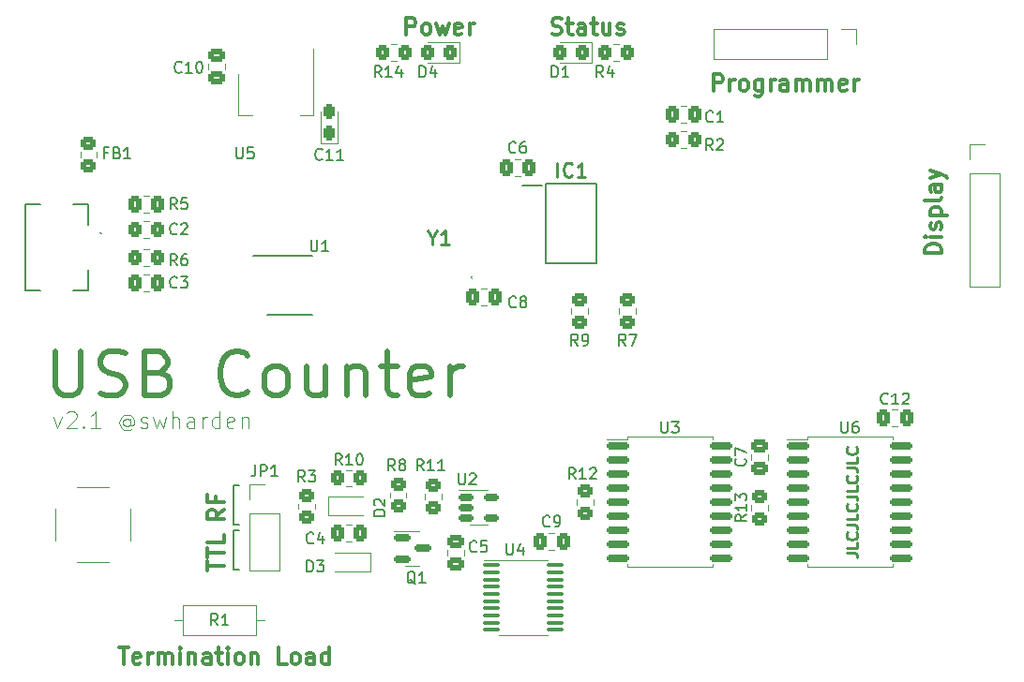
<source format=gto>
G04 #@! TF.GenerationSoftware,KiCad,Pcbnew,(6.0.9)*
G04 #@! TF.CreationDate,2022-11-27T19:02:43-05:00*
G04 #@! TF.ProjectId,usbcounter,75736263-6f75-46e7-9465-722e6b696361,rev?*
G04 #@! TF.SameCoordinates,Original*
G04 #@! TF.FileFunction,Legend,Top*
G04 #@! TF.FilePolarity,Positive*
%FSLAX46Y46*%
G04 Gerber Fmt 4.6, Leading zero omitted, Abs format (unit mm)*
G04 Created by KiCad (PCBNEW (6.0.9)) date 2022-11-27 19:02:43*
%MOMM*%
%LPD*%
G01*
G04 APERTURE LIST*
G04 Aperture macros list*
%AMRoundRect*
0 Rectangle with rounded corners*
0 $1 Rounding radius*
0 $2 $3 $4 $5 $6 $7 $8 $9 X,Y pos of 4 corners*
0 Add a 4 corners polygon primitive as box body*
4,1,4,$2,$3,$4,$5,$6,$7,$8,$9,$2,$3,0*
0 Add four circle primitives for the rounded corners*
1,1,$1+$1,$2,$3*
1,1,$1+$1,$4,$5*
1,1,$1+$1,$6,$7*
1,1,$1+$1,$8,$9*
0 Add four rect primitives between the rounded corners*
20,1,$1+$1,$2,$3,$4,$5,0*
20,1,$1+$1,$4,$5,$6,$7,0*
20,1,$1+$1,$6,$7,$8,$9,0*
20,1,$1+$1,$8,$9,$2,$3,0*%
G04 Aperture macros list end*
%ADD10C,0.200000*%
%ADD11C,0.300000*%
%ADD12C,0.500000*%
%ADD13C,0.250000*%
%ADD14C,0.100000*%
%ADD15C,0.150000*%
%ADD16C,0.254000*%
%ADD17C,0.120000*%
%ADD18RoundRect,0.250000X0.337500X0.475000X-0.337500X0.475000X-0.337500X-0.475000X0.337500X-0.475000X0*%
%ADD19RoundRect,0.250000X0.325000X0.450000X-0.325000X0.450000X-0.325000X-0.450000X0.325000X-0.450000X0*%
%ADD20RoundRect,0.250000X-0.350000X-0.450000X0.350000X-0.450000X0.350000X0.450000X-0.350000X0.450000X0*%
%ADD21R,1.700000X1.700000*%
%ADD22O,1.700000X1.700000*%
%ADD23RoundRect,0.250000X-0.450000X0.350000X-0.450000X-0.350000X0.450000X-0.350000X0.450000X0.350000X0*%
%ADD24C,2.050000*%
%ADD25C,2.250000*%
%ADD26RoundRect,0.250000X0.450000X-0.350000X0.450000X0.350000X-0.450000X0.350000X-0.450000X-0.350000X0*%
%ADD27RoundRect,0.150000X-0.512500X-0.150000X0.512500X-0.150000X0.512500X0.150000X-0.512500X0.150000X0*%
%ADD28R,1.500000X2.000000*%
%ADD29R,3.800000X2.000000*%
%ADD30R,1.000000X1.000000*%
%ADD31RoundRect,0.250000X-0.475000X0.337500X-0.475000X-0.337500X0.475000X-0.337500X0.475000X0.337500X0*%
%ADD32R,1.800000X0.450000*%
%ADD33RoundRect,0.250000X0.450000X-0.325000X0.450000X0.325000X-0.450000X0.325000X-0.450000X-0.325000X0*%
%ADD34RoundRect,0.250000X0.350000X0.450000X-0.350000X0.450000X-0.350000X-0.450000X0.350000X-0.450000X0*%
%ADD35C,1.600000*%
%ADD36O,1.600000X1.600000*%
%ADD37RoundRect,0.250000X0.475000X-0.337500X0.475000X0.337500X-0.475000X0.337500X-0.475000X-0.337500X0*%
%ADD38RoundRect,0.150000X-0.875000X-0.150000X0.875000X-0.150000X0.875000X0.150000X-0.875000X0.150000X0*%
%ADD39RoundRect,0.150000X-0.587500X-0.150000X0.587500X-0.150000X0.587500X0.150000X-0.587500X0.150000X0*%
%ADD40C,3.800000*%
%ADD41RoundRect,0.250000X-0.337500X-0.475000X0.337500X-0.475000X0.337500X0.475000X-0.337500X0.475000X0*%
%ADD42C,0.001000*%
%ADD43R,1.350000X0.400000*%
%ADD44R,1.900000X1.900000*%
%ADD45R,1.200000X0.400000*%
%ADD46RoundRect,0.250000X0.275000X-0.400000X0.275000X0.400000X-0.275000X0.400000X-0.275000X-0.400000X0*%
%ADD47R,1.300000X1.100000*%
%ADD48RoundRect,0.100000X-0.637500X-0.100000X0.637500X-0.100000X0.637500X0.100000X-0.637500X0.100000X0*%
G04 APERTURE END LIST*
D10*
X71120000Y-98044000D02*
X70612000Y-98044000D01*
X70612000Y-97536000D02*
X71120000Y-97536000D01*
X71120000Y-93980000D02*
X70612000Y-93980000D01*
X70612000Y-93980000D02*
X70612000Y-97536000D01*
X70612000Y-98044000D02*
X70612000Y-101600000D01*
X70612000Y-101600000D02*
X71120000Y-101600000D01*
D11*
X134536571Y-73020571D02*
X133036571Y-73020571D01*
X133036571Y-72663428D01*
X133108000Y-72449142D01*
X133250857Y-72306285D01*
X133393714Y-72234857D01*
X133679428Y-72163428D01*
X133893714Y-72163428D01*
X134179428Y-72234857D01*
X134322285Y-72306285D01*
X134465142Y-72449142D01*
X134536571Y-72663428D01*
X134536571Y-73020571D01*
X134536571Y-71520571D02*
X133536571Y-71520571D01*
X133036571Y-71520571D02*
X133108000Y-71592000D01*
X133179428Y-71520571D01*
X133108000Y-71449142D01*
X133036571Y-71520571D01*
X133179428Y-71520571D01*
X134465142Y-70877714D02*
X134536571Y-70734857D01*
X134536571Y-70449142D01*
X134465142Y-70306285D01*
X134322285Y-70234857D01*
X134250857Y-70234857D01*
X134108000Y-70306285D01*
X134036571Y-70449142D01*
X134036571Y-70663428D01*
X133965142Y-70806285D01*
X133822285Y-70877714D01*
X133750857Y-70877714D01*
X133608000Y-70806285D01*
X133536571Y-70663428D01*
X133536571Y-70449142D01*
X133608000Y-70306285D01*
X133536571Y-69592000D02*
X135036571Y-69592000D01*
X133608000Y-69592000D02*
X133536571Y-69449142D01*
X133536571Y-69163428D01*
X133608000Y-69020571D01*
X133679428Y-68949142D01*
X133822285Y-68877714D01*
X134250857Y-68877714D01*
X134393714Y-68949142D01*
X134465142Y-69020571D01*
X134536571Y-69163428D01*
X134536571Y-69449142D01*
X134465142Y-69592000D01*
X134536571Y-68020571D02*
X134465142Y-68163428D01*
X134322285Y-68234857D01*
X133036571Y-68234857D01*
X134536571Y-66806285D02*
X133750857Y-66806285D01*
X133608000Y-66877714D01*
X133536571Y-67020571D01*
X133536571Y-67306285D01*
X133608000Y-67449142D01*
X134465142Y-66806285D02*
X134536571Y-66949142D01*
X134536571Y-67306285D01*
X134465142Y-67449142D01*
X134322285Y-67520571D01*
X134179428Y-67520571D01*
X134036571Y-67449142D01*
X133965142Y-67306285D01*
X133965142Y-66949142D01*
X133893714Y-66806285D01*
X133536571Y-66234857D02*
X134536571Y-65877714D01*
X133536571Y-65520571D02*
X134536571Y-65877714D01*
X134893714Y-66020571D01*
X134965142Y-66092000D01*
X135036571Y-66234857D01*
D12*
X54548761Y-81883523D02*
X54548761Y-85121619D01*
X54739238Y-85502571D01*
X54929714Y-85693047D01*
X55310666Y-85883523D01*
X56072571Y-85883523D01*
X56453523Y-85693047D01*
X56644000Y-85502571D01*
X56834476Y-85121619D01*
X56834476Y-81883523D01*
X58548761Y-85693047D02*
X59120190Y-85883523D01*
X60072571Y-85883523D01*
X60453523Y-85693047D01*
X60644000Y-85502571D01*
X60834476Y-85121619D01*
X60834476Y-84740666D01*
X60644000Y-84359714D01*
X60453523Y-84169238D01*
X60072571Y-83978761D01*
X59310666Y-83788285D01*
X58929714Y-83597809D01*
X58739238Y-83407333D01*
X58548761Y-83026380D01*
X58548761Y-82645428D01*
X58739238Y-82264476D01*
X58929714Y-82074000D01*
X59310666Y-81883523D01*
X60263047Y-81883523D01*
X60834476Y-82074000D01*
X63882095Y-83788285D02*
X64453523Y-83978761D01*
X64644000Y-84169238D01*
X64834476Y-84550190D01*
X64834476Y-85121619D01*
X64644000Y-85502571D01*
X64453523Y-85693047D01*
X64072571Y-85883523D01*
X62548761Y-85883523D01*
X62548761Y-81883523D01*
X63882095Y-81883523D01*
X64263047Y-82074000D01*
X64453523Y-82264476D01*
X64644000Y-82645428D01*
X64644000Y-83026380D01*
X64453523Y-83407333D01*
X64263047Y-83597809D01*
X63882095Y-83788285D01*
X62548761Y-83788285D01*
X71882095Y-85502571D02*
X71691619Y-85693047D01*
X71120190Y-85883523D01*
X70739238Y-85883523D01*
X70167809Y-85693047D01*
X69786857Y-85312095D01*
X69596380Y-84931142D01*
X69405904Y-84169238D01*
X69405904Y-83597809D01*
X69596380Y-82835904D01*
X69786857Y-82454952D01*
X70167809Y-82074000D01*
X70739238Y-81883523D01*
X71120190Y-81883523D01*
X71691619Y-82074000D01*
X71882095Y-82264476D01*
X74167809Y-85883523D02*
X73786857Y-85693047D01*
X73596380Y-85502571D01*
X73405904Y-85121619D01*
X73405904Y-83978761D01*
X73596380Y-83597809D01*
X73786857Y-83407333D01*
X74167809Y-83216857D01*
X74739238Y-83216857D01*
X75120190Y-83407333D01*
X75310666Y-83597809D01*
X75501142Y-83978761D01*
X75501142Y-85121619D01*
X75310666Y-85502571D01*
X75120190Y-85693047D01*
X74739238Y-85883523D01*
X74167809Y-85883523D01*
X78929714Y-83216857D02*
X78929714Y-85883523D01*
X77215428Y-83216857D02*
X77215428Y-85312095D01*
X77405904Y-85693047D01*
X77786857Y-85883523D01*
X78358285Y-85883523D01*
X78739238Y-85693047D01*
X78929714Y-85502571D01*
X80834476Y-83216857D02*
X80834476Y-85883523D01*
X80834476Y-83597809D02*
X81024952Y-83407333D01*
X81405904Y-83216857D01*
X81977333Y-83216857D01*
X82358285Y-83407333D01*
X82548761Y-83788285D01*
X82548761Y-85883523D01*
X83882095Y-83216857D02*
X85405904Y-83216857D01*
X84453523Y-81883523D02*
X84453523Y-85312095D01*
X84644000Y-85693047D01*
X85024952Y-85883523D01*
X85405904Y-85883523D01*
X88263047Y-85693047D02*
X87882095Y-85883523D01*
X87120190Y-85883523D01*
X86739238Y-85693047D01*
X86548761Y-85312095D01*
X86548761Y-83788285D01*
X86739238Y-83407333D01*
X87120190Y-83216857D01*
X87882095Y-83216857D01*
X88263047Y-83407333D01*
X88453523Y-83788285D01*
X88453523Y-84169238D01*
X86548761Y-84550190D01*
X90167809Y-85883523D02*
X90167809Y-83216857D01*
X90167809Y-83978761D02*
X90358285Y-83597809D01*
X90548761Y-83407333D01*
X90929714Y-83216857D01*
X91310666Y-83216857D01*
D11*
X60242857Y-108652571D02*
X61100000Y-108652571D01*
X60671428Y-110152571D02*
X60671428Y-108652571D01*
X62171428Y-110081142D02*
X62028571Y-110152571D01*
X61742857Y-110152571D01*
X61600000Y-110081142D01*
X61528571Y-109938285D01*
X61528571Y-109366857D01*
X61600000Y-109224000D01*
X61742857Y-109152571D01*
X62028571Y-109152571D01*
X62171428Y-109224000D01*
X62242857Y-109366857D01*
X62242857Y-109509714D01*
X61528571Y-109652571D01*
X62885714Y-110152571D02*
X62885714Y-109152571D01*
X62885714Y-109438285D02*
X62957142Y-109295428D01*
X63028571Y-109224000D01*
X63171428Y-109152571D01*
X63314285Y-109152571D01*
X63814285Y-110152571D02*
X63814285Y-109152571D01*
X63814285Y-109295428D02*
X63885714Y-109224000D01*
X64028571Y-109152571D01*
X64242857Y-109152571D01*
X64385714Y-109224000D01*
X64457142Y-109366857D01*
X64457142Y-110152571D01*
X64457142Y-109366857D02*
X64528571Y-109224000D01*
X64671428Y-109152571D01*
X64885714Y-109152571D01*
X65028571Y-109224000D01*
X65100000Y-109366857D01*
X65100000Y-110152571D01*
X65814285Y-110152571D02*
X65814285Y-109152571D01*
X65814285Y-108652571D02*
X65742857Y-108724000D01*
X65814285Y-108795428D01*
X65885714Y-108724000D01*
X65814285Y-108652571D01*
X65814285Y-108795428D01*
X66528571Y-109152571D02*
X66528571Y-110152571D01*
X66528571Y-109295428D02*
X66600000Y-109224000D01*
X66742857Y-109152571D01*
X66957142Y-109152571D01*
X67100000Y-109224000D01*
X67171428Y-109366857D01*
X67171428Y-110152571D01*
X68528571Y-110152571D02*
X68528571Y-109366857D01*
X68457142Y-109224000D01*
X68314285Y-109152571D01*
X68028571Y-109152571D01*
X67885714Y-109224000D01*
X68528571Y-110081142D02*
X68385714Y-110152571D01*
X68028571Y-110152571D01*
X67885714Y-110081142D01*
X67814285Y-109938285D01*
X67814285Y-109795428D01*
X67885714Y-109652571D01*
X68028571Y-109581142D01*
X68385714Y-109581142D01*
X68528571Y-109509714D01*
X69028571Y-109152571D02*
X69600000Y-109152571D01*
X69242857Y-108652571D02*
X69242857Y-109938285D01*
X69314285Y-110081142D01*
X69457142Y-110152571D01*
X69600000Y-110152571D01*
X70100000Y-110152571D02*
X70100000Y-109152571D01*
X70100000Y-108652571D02*
X70028571Y-108724000D01*
X70100000Y-108795428D01*
X70171428Y-108724000D01*
X70100000Y-108652571D01*
X70100000Y-108795428D01*
X71028571Y-110152571D02*
X70885714Y-110081142D01*
X70814285Y-110009714D01*
X70742857Y-109866857D01*
X70742857Y-109438285D01*
X70814285Y-109295428D01*
X70885714Y-109224000D01*
X71028571Y-109152571D01*
X71242857Y-109152571D01*
X71385714Y-109224000D01*
X71457142Y-109295428D01*
X71528571Y-109438285D01*
X71528571Y-109866857D01*
X71457142Y-110009714D01*
X71385714Y-110081142D01*
X71242857Y-110152571D01*
X71028571Y-110152571D01*
X72171428Y-109152571D02*
X72171428Y-110152571D01*
X72171428Y-109295428D02*
X72242857Y-109224000D01*
X72385714Y-109152571D01*
X72600000Y-109152571D01*
X72742857Y-109224000D01*
X72814285Y-109366857D01*
X72814285Y-110152571D01*
X75385714Y-110152571D02*
X74671428Y-110152571D01*
X74671428Y-108652571D01*
X76100000Y-110152571D02*
X75957142Y-110081142D01*
X75885714Y-110009714D01*
X75814285Y-109866857D01*
X75814285Y-109438285D01*
X75885714Y-109295428D01*
X75957142Y-109224000D01*
X76100000Y-109152571D01*
X76314285Y-109152571D01*
X76457142Y-109224000D01*
X76528571Y-109295428D01*
X76600000Y-109438285D01*
X76600000Y-109866857D01*
X76528571Y-110009714D01*
X76457142Y-110081142D01*
X76314285Y-110152571D01*
X76100000Y-110152571D01*
X77885714Y-110152571D02*
X77885714Y-109366857D01*
X77814285Y-109224000D01*
X77671428Y-109152571D01*
X77385714Y-109152571D01*
X77242857Y-109224000D01*
X77885714Y-110081142D02*
X77742857Y-110152571D01*
X77385714Y-110152571D01*
X77242857Y-110081142D01*
X77171428Y-109938285D01*
X77171428Y-109795428D01*
X77242857Y-109652571D01*
X77385714Y-109581142D01*
X77742857Y-109581142D01*
X77885714Y-109509714D01*
X79242857Y-110152571D02*
X79242857Y-108652571D01*
X79242857Y-110081142D02*
X79100000Y-110152571D01*
X78814285Y-110152571D01*
X78671428Y-110081142D01*
X78600000Y-110009714D01*
X78528571Y-109866857D01*
X78528571Y-109438285D01*
X78600000Y-109295428D01*
X78671428Y-109224000D01*
X78814285Y-109152571D01*
X79100000Y-109152571D01*
X79242857Y-109224000D01*
X99366000Y-53185142D02*
X99580285Y-53256571D01*
X99937428Y-53256571D01*
X100080285Y-53185142D01*
X100151714Y-53113714D01*
X100223142Y-52970857D01*
X100223142Y-52828000D01*
X100151714Y-52685142D01*
X100080285Y-52613714D01*
X99937428Y-52542285D01*
X99651714Y-52470857D01*
X99508857Y-52399428D01*
X99437428Y-52328000D01*
X99366000Y-52185142D01*
X99366000Y-52042285D01*
X99437428Y-51899428D01*
X99508857Y-51828000D01*
X99651714Y-51756571D01*
X100008857Y-51756571D01*
X100223142Y-51828000D01*
X100651714Y-52256571D02*
X101223142Y-52256571D01*
X100866000Y-51756571D02*
X100866000Y-53042285D01*
X100937428Y-53185142D01*
X101080285Y-53256571D01*
X101223142Y-53256571D01*
X102366000Y-53256571D02*
X102366000Y-52470857D01*
X102294571Y-52328000D01*
X102151714Y-52256571D01*
X101866000Y-52256571D01*
X101723142Y-52328000D01*
X102366000Y-53185142D02*
X102223142Y-53256571D01*
X101866000Y-53256571D01*
X101723142Y-53185142D01*
X101651714Y-53042285D01*
X101651714Y-52899428D01*
X101723142Y-52756571D01*
X101866000Y-52685142D01*
X102223142Y-52685142D01*
X102366000Y-52613714D01*
X102866000Y-52256571D02*
X103437428Y-52256571D01*
X103080285Y-51756571D02*
X103080285Y-53042285D01*
X103151714Y-53185142D01*
X103294571Y-53256571D01*
X103437428Y-53256571D01*
X104580285Y-52256571D02*
X104580285Y-53256571D01*
X103937428Y-52256571D02*
X103937428Y-53042285D01*
X104008857Y-53185142D01*
X104151714Y-53256571D01*
X104366000Y-53256571D01*
X104508857Y-53185142D01*
X104580285Y-53113714D01*
X105223142Y-53185142D02*
X105366000Y-53256571D01*
X105651714Y-53256571D01*
X105794571Y-53185142D01*
X105866000Y-53042285D01*
X105866000Y-52970857D01*
X105794571Y-52828000D01*
X105651714Y-52756571D01*
X105437428Y-52756571D01*
X105294571Y-52685142D01*
X105223142Y-52542285D01*
X105223142Y-52470857D01*
X105294571Y-52328000D01*
X105437428Y-52256571D01*
X105651714Y-52256571D01*
X105794571Y-52328000D01*
D13*
X125944380Y-100123047D02*
X126658666Y-100123047D01*
X126801523Y-100170666D01*
X126896761Y-100265904D01*
X126944380Y-100408761D01*
X126944380Y-100504000D01*
X126944380Y-99170666D02*
X126944380Y-99646857D01*
X125944380Y-99646857D01*
X126849142Y-98265904D02*
X126896761Y-98313523D01*
X126944380Y-98456380D01*
X126944380Y-98551619D01*
X126896761Y-98694476D01*
X126801523Y-98789714D01*
X126706285Y-98837333D01*
X126515809Y-98884952D01*
X126372952Y-98884952D01*
X126182476Y-98837333D01*
X126087238Y-98789714D01*
X125992000Y-98694476D01*
X125944380Y-98551619D01*
X125944380Y-98456380D01*
X125992000Y-98313523D01*
X126039619Y-98265904D01*
X125944380Y-97551619D02*
X126658666Y-97551619D01*
X126801523Y-97599238D01*
X126896761Y-97694476D01*
X126944380Y-97837333D01*
X126944380Y-97932571D01*
X126944380Y-96599238D02*
X126944380Y-97075428D01*
X125944380Y-97075428D01*
X126849142Y-95694476D02*
X126896761Y-95742095D01*
X126944380Y-95884952D01*
X126944380Y-95980190D01*
X126896761Y-96123047D01*
X126801523Y-96218285D01*
X126706285Y-96265904D01*
X126515809Y-96313523D01*
X126372952Y-96313523D01*
X126182476Y-96265904D01*
X126087238Y-96218285D01*
X125992000Y-96123047D01*
X125944380Y-95980190D01*
X125944380Y-95884952D01*
X125992000Y-95742095D01*
X126039619Y-95694476D01*
X125944380Y-94980190D02*
X126658666Y-94980190D01*
X126801523Y-95027809D01*
X126896761Y-95123047D01*
X126944380Y-95265904D01*
X126944380Y-95361142D01*
X126944380Y-94027809D02*
X126944380Y-94504000D01*
X125944380Y-94504000D01*
X126849142Y-93123047D02*
X126896761Y-93170666D01*
X126944380Y-93313523D01*
X126944380Y-93408761D01*
X126896761Y-93551619D01*
X126801523Y-93646857D01*
X126706285Y-93694476D01*
X126515809Y-93742095D01*
X126372952Y-93742095D01*
X126182476Y-93694476D01*
X126087238Y-93646857D01*
X125992000Y-93551619D01*
X125944380Y-93408761D01*
X125944380Y-93313523D01*
X125992000Y-93170666D01*
X126039619Y-93123047D01*
X125944380Y-92408761D02*
X126658666Y-92408761D01*
X126801523Y-92456380D01*
X126896761Y-92551619D01*
X126944380Y-92694476D01*
X126944380Y-92789714D01*
X126944380Y-91456380D02*
X126944380Y-91932571D01*
X125944380Y-91932571D01*
X126849142Y-90551619D02*
X126896761Y-90599238D01*
X126944380Y-90742095D01*
X126944380Y-90837333D01*
X126896761Y-90980190D01*
X126801523Y-91075428D01*
X126706285Y-91123047D01*
X126515809Y-91170666D01*
X126372952Y-91170666D01*
X126182476Y-91123047D01*
X126087238Y-91075428D01*
X125992000Y-90980190D01*
X125944380Y-90837333D01*
X125944380Y-90742095D01*
X125992000Y-90599238D01*
X126039619Y-90551619D01*
D11*
X68266571Y-101683142D02*
X68266571Y-100826000D01*
X69766571Y-101254571D02*
X68266571Y-101254571D01*
X68266571Y-100540285D02*
X68266571Y-99683142D01*
X69766571Y-100111714D02*
X68266571Y-100111714D01*
X69766571Y-98468857D02*
X69766571Y-99183142D01*
X68266571Y-99183142D01*
X69766571Y-96190571D02*
X69052285Y-96690571D01*
X69766571Y-97047714D02*
X68266571Y-97047714D01*
X68266571Y-96476285D01*
X68338000Y-96333428D01*
X68409428Y-96262000D01*
X68552285Y-96190571D01*
X68766571Y-96190571D01*
X68909428Y-96262000D01*
X68980857Y-96333428D01*
X69052285Y-96476285D01*
X69052285Y-97047714D01*
X68980857Y-95047714D02*
X68980857Y-95547714D01*
X69766571Y-95547714D02*
X68266571Y-95547714D01*
X68266571Y-94833428D01*
X113931714Y-58336571D02*
X113931714Y-56836571D01*
X114503142Y-56836571D01*
X114646000Y-56908000D01*
X114717428Y-56979428D01*
X114788857Y-57122285D01*
X114788857Y-57336571D01*
X114717428Y-57479428D01*
X114646000Y-57550857D01*
X114503142Y-57622285D01*
X113931714Y-57622285D01*
X115431714Y-58336571D02*
X115431714Y-57336571D01*
X115431714Y-57622285D02*
X115503142Y-57479428D01*
X115574571Y-57408000D01*
X115717428Y-57336571D01*
X115860285Y-57336571D01*
X116574571Y-58336571D02*
X116431714Y-58265142D01*
X116360285Y-58193714D01*
X116288857Y-58050857D01*
X116288857Y-57622285D01*
X116360285Y-57479428D01*
X116431714Y-57408000D01*
X116574571Y-57336571D01*
X116788857Y-57336571D01*
X116931714Y-57408000D01*
X117003142Y-57479428D01*
X117074571Y-57622285D01*
X117074571Y-58050857D01*
X117003142Y-58193714D01*
X116931714Y-58265142D01*
X116788857Y-58336571D01*
X116574571Y-58336571D01*
X118360285Y-57336571D02*
X118360285Y-58550857D01*
X118288857Y-58693714D01*
X118217428Y-58765142D01*
X118074571Y-58836571D01*
X117860285Y-58836571D01*
X117717428Y-58765142D01*
X118360285Y-58265142D02*
X118217428Y-58336571D01*
X117931714Y-58336571D01*
X117788857Y-58265142D01*
X117717428Y-58193714D01*
X117646000Y-58050857D01*
X117646000Y-57622285D01*
X117717428Y-57479428D01*
X117788857Y-57408000D01*
X117931714Y-57336571D01*
X118217428Y-57336571D01*
X118360285Y-57408000D01*
X119074571Y-58336571D02*
X119074571Y-57336571D01*
X119074571Y-57622285D02*
X119146000Y-57479428D01*
X119217428Y-57408000D01*
X119360285Y-57336571D01*
X119503142Y-57336571D01*
X120646000Y-58336571D02*
X120646000Y-57550857D01*
X120574571Y-57408000D01*
X120431714Y-57336571D01*
X120146000Y-57336571D01*
X120003142Y-57408000D01*
X120646000Y-58265142D02*
X120503142Y-58336571D01*
X120146000Y-58336571D01*
X120003142Y-58265142D01*
X119931714Y-58122285D01*
X119931714Y-57979428D01*
X120003142Y-57836571D01*
X120146000Y-57765142D01*
X120503142Y-57765142D01*
X120646000Y-57693714D01*
X121360285Y-58336571D02*
X121360285Y-57336571D01*
X121360285Y-57479428D02*
X121431714Y-57408000D01*
X121574571Y-57336571D01*
X121788857Y-57336571D01*
X121931714Y-57408000D01*
X122003142Y-57550857D01*
X122003142Y-58336571D01*
X122003142Y-57550857D02*
X122074571Y-57408000D01*
X122217428Y-57336571D01*
X122431714Y-57336571D01*
X122574571Y-57408000D01*
X122646000Y-57550857D01*
X122646000Y-58336571D01*
X123360285Y-58336571D02*
X123360285Y-57336571D01*
X123360285Y-57479428D02*
X123431714Y-57408000D01*
X123574571Y-57336571D01*
X123788857Y-57336571D01*
X123931714Y-57408000D01*
X124003142Y-57550857D01*
X124003142Y-58336571D01*
X124003142Y-57550857D02*
X124074571Y-57408000D01*
X124217428Y-57336571D01*
X124431714Y-57336571D01*
X124574571Y-57408000D01*
X124646000Y-57550857D01*
X124646000Y-58336571D01*
X125931714Y-58265142D02*
X125788857Y-58336571D01*
X125503142Y-58336571D01*
X125360285Y-58265142D01*
X125288857Y-58122285D01*
X125288857Y-57550857D01*
X125360285Y-57408000D01*
X125503142Y-57336571D01*
X125788857Y-57336571D01*
X125931714Y-57408000D01*
X126003142Y-57550857D01*
X126003142Y-57693714D01*
X125288857Y-57836571D01*
X126646000Y-58336571D02*
X126646000Y-57336571D01*
X126646000Y-57622285D02*
X126717428Y-57479428D01*
X126788857Y-57408000D01*
X126931714Y-57336571D01*
X127074571Y-57336571D01*
D14*
X54353142Y-87816571D02*
X54710285Y-88816571D01*
X55067428Y-87816571D01*
X55567428Y-87459428D02*
X55638857Y-87388000D01*
X55781714Y-87316571D01*
X56138857Y-87316571D01*
X56281714Y-87388000D01*
X56353142Y-87459428D01*
X56424571Y-87602285D01*
X56424571Y-87745142D01*
X56353142Y-87959428D01*
X55496000Y-88816571D01*
X56424571Y-88816571D01*
X57067428Y-88673714D02*
X57138857Y-88745142D01*
X57067428Y-88816571D01*
X56996000Y-88745142D01*
X57067428Y-88673714D01*
X57067428Y-88816571D01*
X58567428Y-88816571D02*
X57710285Y-88816571D01*
X58138857Y-88816571D02*
X58138857Y-87316571D01*
X57996000Y-87530857D01*
X57853142Y-87673714D01*
X57710285Y-87745142D01*
X61281714Y-88102285D02*
X61210285Y-88030857D01*
X61067428Y-87959428D01*
X60924571Y-87959428D01*
X60781714Y-88030857D01*
X60710285Y-88102285D01*
X60638857Y-88245142D01*
X60638857Y-88388000D01*
X60710285Y-88530857D01*
X60781714Y-88602285D01*
X60924571Y-88673714D01*
X61067428Y-88673714D01*
X61210285Y-88602285D01*
X61281714Y-88530857D01*
X61281714Y-87959428D02*
X61281714Y-88530857D01*
X61353142Y-88602285D01*
X61424571Y-88602285D01*
X61567428Y-88530857D01*
X61638857Y-88388000D01*
X61638857Y-88030857D01*
X61496000Y-87816571D01*
X61281714Y-87673714D01*
X60996000Y-87602285D01*
X60710285Y-87673714D01*
X60496000Y-87816571D01*
X60353142Y-88030857D01*
X60281714Y-88316571D01*
X60353142Y-88602285D01*
X60496000Y-88816571D01*
X60710285Y-88959428D01*
X60996000Y-89030857D01*
X61281714Y-88959428D01*
X61496000Y-88816571D01*
X62210285Y-88745142D02*
X62353142Y-88816571D01*
X62638857Y-88816571D01*
X62781714Y-88745142D01*
X62853142Y-88602285D01*
X62853142Y-88530857D01*
X62781714Y-88388000D01*
X62638857Y-88316571D01*
X62424571Y-88316571D01*
X62281714Y-88245142D01*
X62210285Y-88102285D01*
X62210285Y-88030857D01*
X62281714Y-87888000D01*
X62424571Y-87816571D01*
X62638857Y-87816571D01*
X62781714Y-87888000D01*
X63353142Y-87816571D02*
X63638857Y-88816571D01*
X63924571Y-88102285D01*
X64210285Y-88816571D01*
X64496000Y-87816571D01*
X65067428Y-88816571D02*
X65067428Y-87316571D01*
X65710285Y-88816571D02*
X65710285Y-88030857D01*
X65638857Y-87888000D01*
X65496000Y-87816571D01*
X65281714Y-87816571D01*
X65138857Y-87888000D01*
X65067428Y-87959428D01*
X67067428Y-88816571D02*
X67067428Y-88030857D01*
X66996000Y-87888000D01*
X66853142Y-87816571D01*
X66567428Y-87816571D01*
X66424571Y-87888000D01*
X67067428Y-88745142D02*
X66924571Y-88816571D01*
X66567428Y-88816571D01*
X66424571Y-88745142D01*
X66353142Y-88602285D01*
X66353142Y-88459428D01*
X66424571Y-88316571D01*
X66567428Y-88245142D01*
X66924571Y-88245142D01*
X67067428Y-88173714D01*
X67781714Y-88816571D02*
X67781714Y-87816571D01*
X67781714Y-88102285D02*
X67853142Y-87959428D01*
X67924571Y-87888000D01*
X68067428Y-87816571D01*
X68210285Y-87816571D01*
X69353142Y-88816571D02*
X69353142Y-87316571D01*
X69353142Y-88745142D02*
X69210285Y-88816571D01*
X68924571Y-88816571D01*
X68781714Y-88745142D01*
X68710285Y-88673714D01*
X68638857Y-88530857D01*
X68638857Y-88102285D01*
X68710285Y-87959428D01*
X68781714Y-87888000D01*
X68924571Y-87816571D01*
X69210285Y-87816571D01*
X69353142Y-87888000D01*
X70638857Y-88745142D02*
X70496000Y-88816571D01*
X70210285Y-88816571D01*
X70067428Y-88745142D01*
X69996000Y-88602285D01*
X69996000Y-88030857D01*
X70067428Y-87888000D01*
X70210285Y-87816571D01*
X70496000Y-87816571D01*
X70638857Y-87888000D01*
X70710285Y-88030857D01*
X70710285Y-88173714D01*
X69996000Y-88316571D01*
X71353142Y-87816571D02*
X71353142Y-88816571D01*
X71353142Y-87959428D02*
X71424571Y-87888000D01*
X71567428Y-87816571D01*
X71781714Y-87816571D01*
X71924571Y-87888000D01*
X71996000Y-88030857D01*
X71996000Y-88816571D01*
D11*
X86189714Y-53256571D02*
X86189714Y-51756571D01*
X86761142Y-51756571D01*
X86904000Y-51828000D01*
X86975428Y-51899428D01*
X87046857Y-52042285D01*
X87046857Y-52256571D01*
X86975428Y-52399428D01*
X86904000Y-52470857D01*
X86761142Y-52542285D01*
X86189714Y-52542285D01*
X87904000Y-53256571D02*
X87761142Y-53185142D01*
X87689714Y-53113714D01*
X87618285Y-52970857D01*
X87618285Y-52542285D01*
X87689714Y-52399428D01*
X87761142Y-52328000D01*
X87904000Y-52256571D01*
X88118285Y-52256571D01*
X88261142Y-52328000D01*
X88332571Y-52399428D01*
X88404000Y-52542285D01*
X88404000Y-52970857D01*
X88332571Y-53113714D01*
X88261142Y-53185142D01*
X88118285Y-53256571D01*
X87904000Y-53256571D01*
X88904000Y-52256571D02*
X89189714Y-53256571D01*
X89475428Y-52542285D01*
X89761142Y-53256571D01*
X90046857Y-52256571D01*
X91189714Y-53185142D02*
X91046857Y-53256571D01*
X90761142Y-53256571D01*
X90618285Y-53185142D01*
X90546857Y-53042285D01*
X90546857Y-52470857D01*
X90618285Y-52328000D01*
X90761142Y-52256571D01*
X91046857Y-52256571D01*
X91189714Y-52328000D01*
X91261142Y-52470857D01*
X91261142Y-52613714D01*
X90546857Y-52756571D01*
X91904000Y-53256571D02*
X91904000Y-52256571D01*
X91904000Y-52542285D02*
X91975428Y-52399428D01*
X92046857Y-52328000D01*
X92189714Y-52256571D01*
X92332571Y-52256571D01*
D15*
X77811333Y-99163142D02*
X77763714Y-99210761D01*
X77620857Y-99258380D01*
X77525619Y-99258380D01*
X77382761Y-99210761D01*
X77287523Y-99115523D01*
X77239904Y-99020285D01*
X77192285Y-98829809D01*
X77192285Y-98686952D01*
X77239904Y-98496476D01*
X77287523Y-98401238D01*
X77382761Y-98306000D01*
X77525619Y-98258380D01*
X77620857Y-98258380D01*
X77763714Y-98306000D01*
X77811333Y-98353619D01*
X78668476Y-98591714D02*
X78668476Y-99258380D01*
X78430380Y-98210761D02*
X78192285Y-98925047D01*
X78811333Y-98925047D01*
X99337904Y-57094380D02*
X99337904Y-56094380D01*
X99576000Y-56094380D01*
X99718857Y-56142000D01*
X99814095Y-56237238D01*
X99861714Y-56332476D01*
X99909333Y-56522952D01*
X99909333Y-56665809D01*
X99861714Y-56856285D01*
X99814095Y-56951523D01*
X99718857Y-57046761D01*
X99576000Y-57094380D01*
X99337904Y-57094380D01*
X100861714Y-57094380D02*
X100290285Y-57094380D01*
X100576000Y-57094380D02*
X100576000Y-56094380D01*
X100480761Y-56237238D01*
X100385523Y-56332476D01*
X100290285Y-56380095D01*
X65492333Y-69032380D02*
X65159000Y-68556190D01*
X64920904Y-69032380D02*
X64920904Y-68032380D01*
X65301857Y-68032380D01*
X65397095Y-68080000D01*
X65444714Y-68127619D01*
X65492333Y-68222857D01*
X65492333Y-68365714D01*
X65444714Y-68460952D01*
X65397095Y-68508571D01*
X65301857Y-68556190D01*
X64920904Y-68556190D01*
X66397095Y-68032380D02*
X65920904Y-68032380D01*
X65873285Y-68508571D01*
X65920904Y-68460952D01*
X66016142Y-68413333D01*
X66254238Y-68413333D01*
X66349476Y-68460952D01*
X66397095Y-68508571D01*
X66444714Y-68603809D01*
X66444714Y-68841904D01*
X66397095Y-68937142D01*
X66349476Y-68984761D01*
X66254238Y-69032380D01*
X66016142Y-69032380D01*
X65920904Y-68984761D01*
X65873285Y-68937142D01*
X72572666Y-92162380D02*
X72572666Y-92876666D01*
X72525047Y-93019523D01*
X72429809Y-93114761D01*
X72286952Y-93162380D01*
X72191714Y-93162380D01*
X73048857Y-93162380D02*
X73048857Y-92162380D01*
X73429809Y-92162380D01*
X73525047Y-92210000D01*
X73572666Y-92257619D01*
X73620285Y-92352857D01*
X73620285Y-92495714D01*
X73572666Y-92590952D01*
X73525047Y-92638571D01*
X73429809Y-92686190D01*
X73048857Y-92686190D01*
X74572666Y-93162380D02*
X74001238Y-93162380D01*
X74286952Y-93162380D02*
X74286952Y-92162380D01*
X74191714Y-92305238D01*
X74096476Y-92400476D01*
X74001238Y-92448095D01*
X65492333Y-76049142D02*
X65444714Y-76096761D01*
X65301857Y-76144380D01*
X65206619Y-76144380D01*
X65063761Y-76096761D01*
X64968523Y-76001523D01*
X64920904Y-75906285D01*
X64873285Y-75715809D01*
X64873285Y-75572952D01*
X64920904Y-75382476D01*
X64968523Y-75287238D01*
X65063761Y-75192000D01*
X65206619Y-75144380D01*
X65301857Y-75144380D01*
X65444714Y-75192000D01*
X65492333Y-75239619D01*
X65825666Y-75144380D02*
X66444714Y-75144380D01*
X66111380Y-75525333D01*
X66254238Y-75525333D01*
X66349476Y-75572952D01*
X66397095Y-75620571D01*
X66444714Y-75715809D01*
X66444714Y-75953904D01*
X66397095Y-76049142D01*
X66349476Y-76096761D01*
X66254238Y-76144380D01*
X65968523Y-76144380D01*
X65873285Y-76096761D01*
X65825666Y-76049142D01*
X77049333Y-93670380D02*
X76716000Y-93194190D01*
X76477904Y-93670380D02*
X76477904Y-92670380D01*
X76858857Y-92670380D01*
X76954095Y-92718000D01*
X77001714Y-92765619D01*
X77049333Y-92860857D01*
X77049333Y-93003714D01*
X77001714Y-93098952D01*
X76954095Y-93146571D01*
X76858857Y-93194190D01*
X76477904Y-93194190D01*
X77382666Y-92670380D02*
X78001714Y-92670380D01*
X77668380Y-93051333D01*
X77811238Y-93051333D01*
X77906476Y-93098952D01*
X77954095Y-93146571D01*
X78001714Y-93241809D01*
X78001714Y-93479904D01*
X77954095Y-93575142D01*
X77906476Y-93622761D01*
X77811238Y-93670380D01*
X77525523Y-93670380D01*
X77430285Y-93622761D01*
X77382666Y-93575142D01*
X65492333Y-71223142D02*
X65444714Y-71270761D01*
X65301857Y-71318380D01*
X65206619Y-71318380D01*
X65063761Y-71270761D01*
X64968523Y-71175523D01*
X64920904Y-71080285D01*
X64873285Y-70889809D01*
X64873285Y-70746952D01*
X64920904Y-70556476D01*
X64968523Y-70461238D01*
X65063761Y-70366000D01*
X65206619Y-70318380D01*
X65301857Y-70318380D01*
X65444714Y-70366000D01*
X65492333Y-70413619D01*
X65873285Y-70413619D02*
X65920904Y-70366000D01*
X66016142Y-70318380D01*
X66254238Y-70318380D01*
X66349476Y-70366000D01*
X66397095Y-70413619D01*
X66444714Y-70508857D01*
X66444714Y-70604095D01*
X66397095Y-70746952D01*
X65825666Y-71318380D01*
X66444714Y-71318380D01*
X85177333Y-92654380D02*
X84844000Y-92178190D01*
X84605904Y-92654380D02*
X84605904Y-91654380D01*
X84986857Y-91654380D01*
X85082095Y-91702000D01*
X85129714Y-91749619D01*
X85177333Y-91844857D01*
X85177333Y-91987714D01*
X85129714Y-92082952D01*
X85082095Y-92130571D01*
X84986857Y-92178190D01*
X84605904Y-92178190D01*
X85748761Y-92082952D02*
X85653523Y-92035333D01*
X85605904Y-91987714D01*
X85558285Y-91892476D01*
X85558285Y-91844857D01*
X85605904Y-91749619D01*
X85653523Y-91702000D01*
X85748761Y-91654380D01*
X85939238Y-91654380D01*
X86034476Y-91702000D01*
X86082095Y-91749619D01*
X86129714Y-91844857D01*
X86129714Y-91892476D01*
X86082095Y-91987714D01*
X86034476Y-92035333D01*
X85939238Y-92082952D01*
X85748761Y-92082952D01*
X85653523Y-92130571D01*
X85605904Y-92178190D01*
X85558285Y-92273428D01*
X85558285Y-92463904D01*
X85605904Y-92559142D01*
X85653523Y-92606761D01*
X85748761Y-92654380D01*
X85939238Y-92654380D01*
X86034476Y-92606761D01*
X86082095Y-92559142D01*
X86129714Y-92463904D01*
X86129714Y-92273428D01*
X86082095Y-92178190D01*
X86034476Y-92130571D01*
X85939238Y-92082952D01*
X101465142Y-93416380D02*
X101131809Y-92940190D01*
X100893714Y-93416380D02*
X100893714Y-92416380D01*
X101274666Y-92416380D01*
X101369904Y-92464000D01*
X101417523Y-92511619D01*
X101465142Y-92606857D01*
X101465142Y-92749714D01*
X101417523Y-92844952D01*
X101369904Y-92892571D01*
X101274666Y-92940190D01*
X100893714Y-92940190D01*
X102417523Y-93416380D02*
X101846095Y-93416380D01*
X102131809Y-93416380D02*
X102131809Y-92416380D01*
X102036571Y-92559238D01*
X101941333Y-92654476D01*
X101846095Y-92702095D01*
X102798476Y-92511619D02*
X102846095Y-92464000D01*
X102941333Y-92416380D01*
X103179428Y-92416380D01*
X103274666Y-92464000D01*
X103322285Y-92511619D01*
X103369904Y-92606857D01*
X103369904Y-92702095D01*
X103322285Y-92844952D01*
X102750857Y-93416380D01*
X103369904Y-93416380D01*
X90932095Y-92924380D02*
X90932095Y-93733904D01*
X90979714Y-93829142D01*
X91027333Y-93876761D01*
X91122571Y-93924380D01*
X91313047Y-93924380D01*
X91408285Y-93876761D01*
X91455904Y-93829142D01*
X91503523Y-93733904D01*
X91503523Y-92924380D01*
X91932095Y-93019619D02*
X91979714Y-92972000D01*
X92074952Y-92924380D01*
X92313047Y-92924380D01*
X92408285Y-92972000D01*
X92455904Y-93019619D01*
X92503523Y-93114857D01*
X92503523Y-93210095D01*
X92455904Y-93352952D01*
X91884476Y-93924380D01*
X92503523Y-93924380D01*
X106005333Y-81351380D02*
X105672000Y-80875190D01*
X105433904Y-81351380D02*
X105433904Y-80351380D01*
X105814857Y-80351380D01*
X105910095Y-80399000D01*
X105957714Y-80446619D01*
X106005333Y-80541857D01*
X106005333Y-80684714D01*
X105957714Y-80779952D01*
X105910095Y-80827571D01*
X105814857Y-80875190D01*
X105433904Y-80875190D01*
X106338666Y-80351380D02*
X107005333Y-80351380D01*
X106576761Y-81351380D01*
X70866095Y-63460380D02*
X70866095Y-64269904D01*
X70913714Y-64365142D01*
X70961333Y-64412761D01*
X71056571Y-64460380D01*
X71247047Y-64460380D01*
X71342285Y-64412761D01*
X71389904Y-64365142D01*
X71437523Y-64269904D01*
X71437523Y-63460380D01*
X72389904Y-63460380D02*
X71913714Y-63460380D01*
X71866095Y-63936571D01*
X71913714Y-63888952D01*
X72008952Y-63841333D01*
X72247047Y-63841333D01*
X72342285Y-63888952D01*
X72389904Y-63936571D01*
X72437523Y-64031809D01*
X72437523Y-64269904D01*
X72389904Y-64365142D01*
X72342285Y-64412761D01*
X72247047Y-64460380D01*
X72008952Y-64460380D01*
X71913714Y-64412761D01*
X71866095Y-64365142D01*
X84272380Y-96750095D02*
X83272380Y-96750095D01*
X83272380Y-96512000D01*
X83320000Y-96369142D01*
X83415238Y-96273904D01*
X83510476Y-96226285D01*
X83700952Y-96178666D01*
X83843809Y-96178666D01*
X84034285Y-96226285D01*
X84129523Y-96273904D01*
X84224761Y-96369142D01*
X84272380Y-96512000D01*
X84272380Y-96750095D01*
X83367619Y-95797714D02*
X83320000Y-95750095D01*
X83272380Y-95654857D01*
X83272380Y-95416761D01*
X83320000Y-95321523D01*
X83367619Y-95273904D01*
X83462857Y-95226285D01*
X83558095Y-95226285D01*
X83700952Y-95273904D01*
X84272380Y-95845333D01*
X84272380Y-95226285D01*
X65905142Y-56618142D02*
X65857523Y-56665761D01*
X65714666Y-56713380D01*
X65619428Y-56713380D01*
X65476571Y-56665761D01*
X65381333Y-56570523D01*
X65333714Y-56475285D01*
X65286095Y-56284809D01*
X65286095Y-56141952D01*
X65333714Y-55951476D01*
X65381333Y-55856238D01*
X65476571Y-55761000D01*
X65619428Y-55713380D01*
X65714666Y-55713380D01*
X65857523Y-55761000D01*
X65905142Y-55808619D01*
X66857523Y-56713380D02*
X66286095Y-56713380D01*
X66571809Y-56713380D02*
X66571809Y-55713380D01*
X66476571Y-55856238D01*
X66381333Y-55951476D01*
X66286095Y-55999095D01*
X67476571Y-55713380D02*
X67571809Y-55713380D01*
X67667047Y-55761000D01*
X67714666Y-55808619D01*
X67762285Y-55903857D01*
X67809904Y-56094333D01*
X67809904Y-56332428D01*
X67762285Y-56522904D01*
X67714666Y-56618142D01*
X67667047Y-56665761D01*
X67571809Y-56713380D01*
X67476571Y-56713380D01*
X67381333Y-56665761D01*
X67333714Y-56618142D01*
X67286095Y-56522904D01*
X67238476Y-56332428D01*
X67238476Y-56094333D01*
X67286095Y-55903857D01*
X67333714Y-55808619D01*
X67381333Y-55761000D01*
X67476571Y-55713380D01*
D16*
X99852238Y-66106523D02*
X99852238Y-64836523D01*
X101182714Y-65985571D02*
X101122238Y-66046047D01*
X100940809Y-66106523D01*
X100819857Y-66106523D01*
X100638428Y-66046047D01*
X100517476Y-65925095D01*
X100457000Y-65804142D01*
X100396523Y-65562238D01*
X100396523Y-65380809D01*
X100457000Y-65138904D01*
X100517476Y-65017952D01*
X100638428Y-64897000D01*
X100819857Y-64836523D01*
X100940809Y-64836523D01*
X101122238Y-64897000D01*
X101182714Y-64957476D01*
X102392238Y-66106523D02*
X101666523Y-66106523D01*
X102029380Y-66106523D02*
X102029380Y-64836523D01*
X101908428Y-65017952D01*
X101787476Y-65138904D01*
X101666523Y-65199380D01*
D15*
X96077833Y-63857142D02*
X96030214Y-63904761D01*
X95887357Y-63952380D01*
X95792119Y-63952380D01*
X95649261Y-63904761D01*
X95554023Y-63809523D01*
X95506404Y-63714285D01*
X95458785Y-63523809D01*
X95458785Y-63380952D01*
X95506404Y-63190476D01*
X95554023Y-63095238D01*
X95649261Y-63000000D01*
X95792119Y-62952380D01*
X95887357Y-62952380D01*
X96030214Y-63000000D01*
X96077833Y-63047619D01*
X96934976Y-62952380D02*
X96744500Y-62952380D01*
X96649261Y-63000000D01*
X96601642Y-63047619D01*
X96506404Y-63190476D01*
X96458785Y-63380952D01*
X96458785Y-63761904D01*
X96506404Y-63857142D01*
X96554023Y-63904761D01*
X96649261Y-63952380D01*
X96839738Y-63952380D01*
X96934976Y-63904761D01*
X96982595Y-63857142D01*
X97030214Y-63761904D01*
X97030214Y-63523809D01*
X96982595Y-63428571D01*
X96934976Y-63380952D01*
X96839738Y-63333333D01*
X96649261Y-63333333D01*
X96554023Y-63380952D01*
X96506404Y-63428571D01*
X96458785Y-63523809D01*
X59237666Y-63936571D02*
X58904333Y-63936571D01*
X58904333Y-64460380D02*
X58904333Y-63460380D01*
X59380523Y-63460380D01*
X60094809Y-63936571D02*
X60237666Y-63984190D01*
X60285285Y-64031809D01*
X60332904Y-64127047D01*
X60332904Y-64269904D01*
X60285285Y-64365142D01*
X60237666Y-64412761D01*
X60142428Y-64460380D01*
X59761476Y-64460380D01*
X59761476Y-63460380D01*
X60094809Y-63460380D01*
X60190047Y-63508000D01*
X60237666Y-63555619D01*
X60285285Y-63650857D01*
X60285285Y-63746095D01*
X60237666Y-63841333D01*
X60190047Y-63888952D01*
X60094809Y-63936571D01*
X59761476Y-63936571D01*
X61285285Y-64460380D02*
X60713857Y-64460380D01*
X60999571Y-64460380D02*
X60999571Y-63460380D01*
X60904333Y-63603238D01*
X60809095Y-63698476D01*
X60713857Y-63746095D01*
X65492333Y-74112380D02*
X65159000Y-73636190D01*
X64920904Y-74112380D02*
X64920904Y-73112380D01*
X65301857Y-73112380D01*
X65397095Y-73160000D01*
X65444714Y-73207619D01*
X65492333Y-73302857D01*
X65492333Y-73445714D01*
X65444714Y-73540952D01*
X65397095Y-73588571D01*
X65301857Y-73636190D01*
X64920904Y-73636190D01*
X66349476Y-73112380D02*
X66159000Y-73112380D01*
X66063761Y-73160000D01*
X66016142Y-73207619D01*
X65920904Y-73350476D01*
X65873285Y-73540952D01*
X65873285Y-73921904D01*
X65920904Y-74017142D01*
X65968523Y-74064761D01*
X66063761Y-74112380D01*
X66254238Y-74112380D01*
X66349476Y-74064761D01*
X66397095Y-74017142D01*
X66444714Y-73921904D01*
X66444714Y-73683809D01*
X66397095Y-73588571D01*
X66349476Y-73540952D01*
X66254238Y-73493333D01*
X66063761Y-73493333D01*
X65968523Y-73540952D01*
X65920904Y-73588571D01*
X65873285Y-73683809D01*
X113879333Y-61063142D02*
X113831714Y-61110761D01*
X113688857Y-61158380D01*
X113593619Y-61158380D01*
X113450761Y-61110761D01*
X113355523Y-61015523D01*
X113307904Y-60920285D01*
X113260285Y-60729809D01*
X113260285Y-60586952D01*
X113307904Y-60396476D01*
X113355523Y-60301238D01*
X113450761Y-60206000D01*
X113593619Y-60158380D01*
X113688857Y-60158380D01*
X113831714Y-60206000D01*
X113879333Y-60253619D01*
X114831714Y-61158380D02*
X114260285Y-61158380D01*
X114546000Y-61158380D02*
X114546000Y-60158380D01*
X114450761Y-60301238D01*
X114355523Y-60396476D01*
X114260285Y-60444095D01*
X96099333Y-77827142D02*
X96051714Y-77874761D01*
X95908857Y-77922380D01*
X95813619Y-77922380D01*
X95670761Y-77874761D01*
X95575523Y-77779523D01*
X95527904Y-77684285D01*
X95480285Y-77493809D01*
X95480285Y-77350952D01*
X95527904Y-77160476D01*
X95575523Y-77065238D01*
X95670761Y-76970000D01*
X95813619Y-76922380D01*
X95908857Y-76922380D01*
X96051714Y-76970000D01*
X96099333Y-77017619D01*
X96670761Y-77350952D02*
X96575523Y-77303333D01*
X96527904Y-77255714D01*
X96480285Y-77160476D01*
X96480285Y-77112857D01*
X96527904Y-77017619D01*
X96575523Y-76970000D01*
X96670761Y-76922380D01*
X96861238Y-76922380D01*
X96956476Y-76970000D01*
X97004095Y-77017619D01*
X97051714Y-77112857D01*
X97051714Y-77160476D01*
X97004095Y-77255714D01*
X96956476Y-77303333D01*
X96861238Y-77350952D01*
X96670761Y-77350952D01*
X96575523Y-77398571D01*
X96527904Y-77446190D01*
X96480285Y-77541428D01*
X96480285Y-77731904D01*
X96527904Y-77827142D01*
X96575523Y-77874761D01*
X96670761Y-77922380D01*
X96861238Y-77922380D01*
X96956476Y-77874761D01*
X97004095Y-77827142D01*
X97051714Y-77731904D01*
X97051714Y-77541428D01*
X97004095Y-77446190D01*
X96956476Y-77398571D01*
X96861238Y-77350952D01*
X101687333Y-81351380D02*
X101354000Y-80875190D01*
X101115904Y-81351380D02*
X101115904Y-80351380D01*
X101496857Y-80351380D01*
X101592095Y-80399000D01*
X101639714Y-80446619D01*
X101687333Y-80541857D01*
X101687333Y-80684714D01*
X101639714Y-80779952D01*
X101592095Y-80827571D01*
X101496857Y-80875190D01*
X101115904Y-80875190D01*
X102163523Y-81351380D02*
X102354000Y-81351380D01*
X102449238Y-81303761D01*
X102496857Y-81256142D01*
X102592095Y-81113285D01*
X102639714Y-80922809D01*
X102639714Y-80541857D01*
X102592095Y-80446619D01*
X102544476Y-80399000D01*
X102449238Y-80351380D01*
X102258761Y-80351380D01*
X102163523Y-80399000D01*
X102115904Y-80446619D01*
X102068285Y-80541857D01*
X102068285Y-80779952D01*
X102115904Y-80875190D01*
X102163523Y-80922809D01*
X102258761Y-80970428D01*
X102449238Y-80970428D01*
X102544476Y-80922809D01*
X102592095Y-80875190D01*
X102639714Y-80779952D01*
X69175333Y-106624380D02*
X68842000Y-106148190D01*
X68603904Y-106624380D02*
X68603904Y-105624380D01*
X68984857Y-105624380D01*
X69080095Y-105672000D01*
X69127714Y-105719619D01*
X69175333Y-105814857D01*
X69175333Y-105957714D01*
X69127714Y-106052952D01*
X69080095Y-106100571D01*
X68984857Y-106148190D01*
X68603904Y-106148190D01*
X70127714Y-106624380D02*
X69556285Y-106624380D01*
X69842000Y-106624380D02*
X69842000Y-105624380D01*
X69746761Y-105767238D01*
X69651523Y-105862476D01*
X69556285Y-105910095D01*
X103973333Y-57094380D02*
X103640000Y-56618190D01*
X103401904Y-57094380D02*
X103401904Y-56094380D01*
X103782857Y-56094380D01*
X103878095Y-56142000D01*
X103925714Y-56189619D01*
X103973333Y-56284857D01*
X103973333Y-56427714D01*
X103925714Y-56522952D01*
X103878095Y-56570571D01*
X103782857Y-56618190D01*
X103401904Y-56618190D01*
X104830476Y-56427714D02*
X104830476Y-57094380D01*
X104592380Y-56046761D02*
X104354285Y-56761047D01*
X104973333Y-56761047D01*
X87399904Y-57094380D02*
X87399904Y-56094380D01*
X87638000Y-56094380D01*
X87780857Y-56142000D01*
X87876095Y-56237238D01*
X87923714Y-56332476D01*
X87971333Y-56522952D01*
X87971333Y-56665809D01*
X87923714Y-56856285D01*
X87876095Y-56951523D01*
X87780857Y-57046761D01*
X87638000Y-57094380D01*
X87399904Y-57094380D01*
X88828476Y-56427714D02*
X88828476Y-57094380D01*
X88590380Y-56046761D02*
X88352285Y-56761047D01*
X88971333Y-56761047D01*
X116787142Y-91606666D02*
X116834761Y-91654285D01*
X116882380Y-91797142D01*
X116882380Y-91892380D01*
X116834761Y-92035238D01*
X116739523Y-92130476D01*
X116644285Y-92178095D01*
X116453809Y-92225714D01*
X116310952Y-92225714D01*
X116120476Y-92178095D01*
X116025238Y-92130476D01*
X115930000Y-92035238D01*
X115882380Y-91892380D01*
X115882380Y-91797142D01*
X115930000Y-91654285D01*
X115977619Y-91606666D01*
X115882380Y-91273333D02*
X115882380Y-90606666D01*
X116882380Y-91035238D01*
X99147333Y-97639142D02*
X99099714Y-97686761D01*
X98956857Y-97734380D01*
X98861619Y-97734380D01*
X98718761Y-97686761D01*
X98623523Y-97591523D01*
X98575904Y-97496285D01*
X98528285Y-97305809D01*
X98528285Y-97162952D01*
X98575904Y-96972476D01*
X98623523Y-96877238D01*
X98718761Y-96782000D01*
X98861619Y-96734380D01*
X98956857Y-96734380D01*
X99099714Y-96782000D01*
X99147333Y-96829619D01*
X99623523Y-97734380D02*
X99814000Y-97734380D01*
X99909238Y-97686761D01*
X99956857Y-97639142D01*
X100052095Y-97496285D01*
X100099714Y-97305809D01*
X100099714Y-96924857D01*
X100052095Y-96829619D01*
X100004476Y-96782000D01*
X99909238Y-96734380D01*
X99718761Y-96734380D01*
X99623523Y-96782000D01*
X99575904Y-96829619D01*
X99528285Y-96924857D01*
X99528285Y-97162952D01*
X99575904Y-97258190D01*
X99623523Y-97305809D01*
X99718761Y-97353428D01*
X99909238Y-97353428D01*
X100004476Y-97305809D01*
X100052095Y-97258190D01*
X100099714Y-97162952D01*
X92543333Y-99925142D02*
X92495714Y-99972761D01*
X92352857Y-100020380D01*
X92257619Y-100020380D01*
X92114761Y-99972761D01*
X92019523Y-99877523D01*
X91971904Y-99782285D01*
X91924285Y-99591809D01*
X91924285Y-99448952D01*
X91971904Y-99258476D01*
X92019523Y-99163238D01*
X92114761Y-99068000D01*
X92257619Y-99020380D01*
X92352857Y-99020380D01*
X92495714Y-99068000D01*
X92543333Y-99115619D01*
X93448095Y-99020380D02*
X92971904Y-99020380D01*
X92924285Y-99496571D01*
X92971904Y-99448952D01*
X93067142Y-99401333D01*
X93305238Y-99401333D01*
X93400476Y-99448952D01*
X93448095Y-99496571D01*
X93495714Y-99591809D01*
X93495714Y-99829904D01*
X93448095Y-99925142D01*
X93400476Y-99972761D01*
X93305238Y-100020380D01*
X93067142Y-100020380D01*
X92971904Y-99972761D01*
X92924285Y-99925142D01*
X125476095Y-88236380D02*
X125476095Y-89045904D01*
X125523714Y-89141142D01*
X125571333Y-89188761D01*
X125666571Y-89236380D01*
X125857047Y-89236380D01*
X125952285Y-89188761D01*
X125999904Y-89141142D01*
X126047523Y-89045904D01*
X126047523Y-88236380D01*
X126952285Y-88236380D02*
X126761809Y-88236380D01*
X126666571Y-88284000D01*
X126618952Y-88331619D01*
X126523714Y-88474476D01*
X126476095Y-88664952D01*
X126476095Y-89045904D01*
X126523714Y-89141142D01*
X126571333Y-89188761D01*
X126666571Y-89236380D01*
X126857047Y-89236380D01*
X126952285Y-89188761D01*
X126999904Y-89141142D01*
X127047523Y-89045904D01*
X127047523Y-88807809D01*
X126999904Y-88712571D01*
X126952285Y-88664952D01*
X126857047Y-88617333D01*
X126666571Y-88617333D01*
X126571333Y-88664952D01*
X126523714Y-88712571D01*
X126476095Y-88807809D01*
X87026761Y-102909619D02*
X86931523Y-102862000D01*
X86836285Y-102766761D01*
X86693428Y-102623904D01*
X86598190Y-102576285D01*
X86502952Y-102576285D01*
X86550571Y-102814380D02*
X86455333Y-102766761D01*
X86360095Y-102671523D01*
X86312476Y-102481047D01*
X86312476Y-102147714D01*
X86360095Y-101957238D01*
X86455333Y-101862000D01*
X86550571Y-101814380D01*
X86741047Y-101814380D01*
X86836285Y-101862000D01*
X86931523Y-101957238D01*
X86979142Y-102147714D01*
X86979142Y-102481047D01*
X86931523Y-102671523D01*
X86836285Y-102766761D01*
X86741047Y-102814380D01*
X86550571Y-102814380D01*
X87931523Y-102814380D02*
X87360095Y-102814380D01*
X87645809Y-102814380D02*
X87645809Y-101814380D01*
X87550571Y-101957238D01*
X87455333Y-102052476D01*
X87360095Y-102100095D01*
X83939142Y-57094380D02*
X83605809Y-56618190D01*
X83367714Y-57094380D02*
X83367714Y-56094380D01*
X83748666Y-56094380D01*
X83843904Y-56142000D01*
X83891523Y-56189619D01*
X83939142Y-56284857D01*
X83939142Y-56427714D01*
X83891523Y-56522952D01*
X83843904Y-56570571D01*
X83748666Y-56618190D01*
X83367714Y-56618190D01*
X84891523Y-57094380D02*
X84320095Y-57094380D01*
X84605809Y-57094380D02*
X84605809Y-56094380D01*
X84510571Y-56237238D01*
X84415333Y-56332476D01*
X84320095Y-56380095D01*
X85748666Y-56427714D02*
X85748666Y-57094380D01*
X85510571Y-56046761D02*
X85272476Y-56761047D01*
X85891523Y-56761047D01*
X109220095Y-88236380D02*
X109220095Y-89045904D01*
X109267714Y-89141142D01*
X109315333Y-89188761D01*
X109410571Y-89236380D01*
X109601047Y-89236380D01*
X109696285Y-89188761D01*
X109743904Y-89141142D01*
X109791523Y-89045904D01*
X109791523Y-88236380D01*
X110172476Y-88236380D02*
X110791523Y-88236380D01*
X110458190Y-88617333D01*
X110601047Y-88617333D01*
X110696285Y-88664952D01*
X110743904Y-88712571D01*
X110791523Y-88807809D01*
X110791523Y-89045904D01*
X110743904Y-89141142D01*
X110696285Y-89188761D01*
X110601047Y-89236380D01*
X110315333Y-89236380D01*
X110220095Y-89188761D01*
X110172476Y-89141142D01*
X116912380Y-96654857D02*
X116436190Y-96988190D01*
X116912380Y-97226285D02*
X115912380Y-97226285D01*
X115912380Y-96845333D01*
X115960000Y-96750095D01*
X116007619Y-96702476D01*
X116102857Y-96654857D01*
X116245714Y-96654857D01*
X116340952Y-96702476D01*
X116388571Y-96750095D01*
X116436190Y-96845333D01*
X116436190Y-97226285D01*
X116912380Y-95702476D02*
X116912380Y-96273904D01*
X116912380Y-95988190D02*
X115912380Y-95988190D01*
X116055238Y-96083428D01*
X116150476Y-96178666D01*
X116198095Y-96273904D01*
X115912380Y-95369142D02*
X115912380Y-94750095D01*
X116293333Y-95083428D01*
X116293333Y-94940571D01*
X116340952Y-94845333D01*
X116388571Y-94797714D01*
X116483809Y-94750095D01*
X116721904Y-94750095D01*
X116817142Y-94797714D01*
X116864761Y-94845333D01*
X116912380Y-94940571D01*
X116912380Y-95226285D01*
X116864761Y-95321523D01*
X116817142Y-95369142D01*
X80383142Y-92147380D02*
X80049809Y-91671190D01*
X79811714Y-92147380D02*
X79811714Y-91147380D01*
X80192666Y-91147380D01*
X80287904Y-91195000D01*
X80335523Y-91242619D01*
X80383142Y-91337857D01*
X80383142Y-91480714D01*
X80335523Y-91575952D01*
X80287904Y-91623571D01*
X80192666Y-91671190D01*
X79811714Y-91671190D01*
X81335523Y-92147380D02*
X80764095Y-92147380D01*
X81049809Y-92147380D02*
X81049809Y-91147380D01*
X80954571Y-91290238D01*
X80859333Y-91385476D01*
X80764095Y-91433095D01*
X81954571Y-91147380D02*
X82049809Y-91147380D01*
X82145047Y-91195000D01*
X82192666Y-91242619D01*
X82240285Y-91337857D01*
X82287904Y-91528333D01*
X82287904Y-91766428D01*
X82240285Y-91956904D01*
X82192666Y-92052142D01*
X82145047Y-92099761D01*
X82049809Y-92147380D01*
X81954571Y-92147380D01*
X81859333Y-92099761D01*
X81811714Y-92052142D01*
X81764095Y-91956904D01*
X81716476Y-91766428D01*
X81716476Y-91528333D01*
X81764095Y-91337857D01*
X81811714Y-91242619D01*
X81859333Y-91195000D01*
X81954571Y-91147380D01*
X87749142Y-92654380D02*
X87415809Y-92178190D01*
X87177714Y-92654380D02*
X87177714Y-91654380D01*
X87558666Y-91654380D01*
X87653904Y-91702000D01*
X87701523Y-91749619D01*
X87749142Y-91844857D01*
X87749142Y-91987714D01*
X87701523Y-92082952D01*
X87653904Y-92130571D01*
X87558666Y-92178190D01*
X87177714Y-92178190D01*
X88701523Y-92654380D02*
X88130095Y-92654380D01*
X88415809Y-92654380D02*
X88415809Y-91654380D01*
X88320571Y-91797238D01*
X88225333Y-91892476D01*
X88130095Y-91940095D01*
X89653904Y-92654380D02*
X89082476Y-92654380D01*
X89368190Y-92654380D02*
X89368190Y-91654380D01*
X89272952Y-91797238D01*
X89177714Y-91892476D01*
X89082476Y-91940095D01*
X129680642Y-86561142D02*
X129633023Y-86608761D01*
X129490166Y-86656380D01*
X129394928Y-86656380D01*
X129252071Y-86608761D01*
X129156833Y-86513523D01*
X129109214Y-86418285D01*
X129061595Y-86227809D01*
X129061595Y-86084952D01*
X129109214Y-85894476D01*
X129156833Y-85799238D01*
X129252071Y-85704000D01*
X129394928Y-85656380D01*
X129490166Y-85656380D01*
X129633023Y-85704000D01*
X129680642Y-85751619D01*
X130633023Y-86656380D02*
X130061595Y-86656380D01*
X130347309Y-86656380D02*
X130347309Y-85656380D01*
X130252071Y-85799238D01*
X130156833Y-85894476D01*
X130061595Y-85942095D01*
X131013976Y-85751619D02*
X131061595Y-85704000D01*
X131156833Y-85656380D01*
X131394928Y-85656380D01*
X131490166Y-85704000D01*
X131537785Y-85751619D01*
X131585404Y-85846857D01*
X131585404Y-85942095D01*
X131537785Y-86084952D01*
X130966357Y-86656380D01*
X131585404Y-86656380D01*
X113879333Y-63698380D02*
X113546000Y-63222190D01*
X113307904Y-63698380D02*
X113307904Y-62698380D01*
X113688857Y-62698380D01*
X113784095Y-62746000D01*
X113831714Y-62793619D01*
X113879333Y-62888857D01*
X113879333Y-63031714D01*
X113831714Y-63126952D01*
X113784095Y-63174571D01*
X113688857Y-63222190D01*
X113307904Y-63222190D01*
X114260285Y-62793619D02*
X114307904Y-62746000D01*
X114403142Y-62698380D01*
X114641238Y-62698380D01*
X114736476Y-62746000D01*
X114784095Y-62793619D01*
X114831714Y-62888857D01*
X114831714Y-62984095D01*
X114784095Y-63126952D01*
X114212666Y-63698380D01*
X114831714Y-63698380D01*
X77597095Y-71842380D02*
X77597095Y-72651904D01*
X77644714Y-72747142D01*
X77692333Y-72794761D01*
X77787571Y-72842380D01*
X77978047Y-72842380D01*
X78073285Y-72794761D01*
X78120904Y-72747142D01*
X78168523Y-72651904D01*
X78168523Y-71842380D01*
X79168523Y-72842380D02*
X78597095Y-72842380D01*
X78882809Y-72842380D02*
X78882809Y-71842380D01*
X78787571Y-71985238D01*
X78692333Y-72080476D01*
X78597095Y-72128095D01*
X78605142Y-64492142D02*
X78557523Y-64539761D01*
X78414666Y-64587380D01*
X78319428Y-64587380D01*
X78176571Y-64539761D01*
X78081333Y-64444523D01*
X78033714Y-64349285D01*
X77986095Y-64158809D01*
X77986095Y-64015952D01*
X78033714Y-63825476D01*
X78081333Y-63730238D01*
X78176571Y-63635000D01*
X78319428Y-63587380D01*
X78414666Y-63587380D01*
X78557523Y-63635000D01*
X78605142Y-63682619D01*
X79557523Y-64587380D02*
X78986095Y-64587380D01*
X79271809Y-64587380D02*
X79271809Y-63587380D01*
X79176571Y-63730238D01*
X79081333Y-63825476D01*
X78986095Y-63873095D01*
X80509904Y-64587380D02*
X79938476Y-64587380D01*
X80224190Y-64587380D02*
X80224190Y-63587380D01*
X80128952Y-63730238D01*
X80033714Y-63825476D01*
X79938476Y-63873095D01*
D16*
X88549238Y-71597761D02*
X88549238Y-72202523D01*
X88125904Y-70932523D02*
X88549238Y-71597761D01*
X88972571Y-70932523D01*
X90061142Y-72202523D02*
X89335428Y-72202523D01*
X89698285Y-72202523D02*
X89698285Y-70932523D01*
X89577333Y-71113952D01*
X89456380Y-71234904D01*
X89335428Y-71295380D01*
D15*
X77239904Y-101798380D02*
X77239904Y-100798380D01*
X77478000Y-100798380D01*
X77620857Y-100846000D01*
X77716095Y-100941238D01*
X77763714Y-101036476D01*
X77811333Y-101226952D01*
X77811333Y-101369809D01*
X77763714Y-101560285D01*
X77716095Y-101655523D01*
X77620857Y-101750761D01*
X77478000Y-101798380D01*
X77239904Y-101798380D01*
X78144666Y-100798380D02*
X78763714Y-100798380D01*
X78430380Y-101179333D01*
X78573238Y-101179333D01*
X78668476Y-101226952D01*
X78716095Y-101274571D01*
X78763714Y-101369809D01*
X78763714Y-101607904D01*
X78716095Y-101703142D01*
X78668476Y-101750761D01*
X78573238Y-101798380D01*
X78287523Y-101798380D01*
X78192285Y-101750761D01*
X78144666Y-101703142D01*
X95250095Y-99274380D02*
X95250095Y-100083904D01*
X95297714Y-100179142D01*
X95345333Y-100226761D01*
X95440571Y-100274380D01*
X95631047Y-100274380D01*
X95726285Y-100226761D01*
X95773904Y-100179142D01*
X95821523Y-100083904D01*
X95821523Y-99274380D01*
X96726285Y-99607714D02*
X96726285Y-100274380D01*
X96488190Y-99226761D02*
X96250095Y-99941047D01*
X96869142Y-99941047D01*
D17*
X81287252Y-97563000D02*
X80764748Y-97563000D01*
X81287252Y-99033000D02*
X80764748Y-99033000D01*
X100092000Y-55824000D02*
X102952000Y-55824000D01*
X102952000Y-55824000D02*
X102952000Y-53904000D01*
X102952000Y-53904000D02*
X100092000Y-53904000D01*
X62494936Y-70131000D02*
X62949064Y-70131000D01*
X62494936Y-71601000D02*
X62949064Y-71601000D01*
X72076000Y-95250000D02*
X72076000Y-93920000D01*
X74736000Y-96520000D02*
X74736000Y-101660000D01*
X72076000Y-96520000D02*
X74736000Y-96520000D01*
X72076000Y-101660000D02*
X74736000Y-101660000D01*
X72076000Y-93920000D02*
X73406000Y-93920000D01*
X72076000Y-96520000D02*
X72076000Y-101660000D01*
X62999252Y-74957000D02*
X62476748Y-74957000D01*
X62999252Y-76427000D02*
X62476748Y-76427000D01*
X76481000Y-95657936D02*
X76481000Y-96112064D01*
X77951000Y-95657936D02*
X77951000Y-96112064D01*
X113986000Y-52772000D02*
X113986000Y-55432000D01*
X125476000Y-52772000D02*
X126806000Y-52772000D01*
X124206000Y-52772000D02*
X113986000Y-52772000D01*
X124206000Y-55432000D02*
X113986000Y-55432000D01*
X124206000Y-52772000D02*
X124206000Y-55432000D01*
X126806000Y-52772000D02*
X126806000Y-54102000D01*
X137100000Y-76011000D02*
X139760000Y-76011000D01*
X137100000Y-64521000D02*
X137100000Y-63191000D01*
X137100000Y-65791000D02*
X139760000Y-65791000D01*
X139760000Y-65791000D02*
X139760000Y-76011000D01*
X137100000Y-65791000D02*
X137100000Y-76011000D01*
X137100000Y-63191000D02*
X138430000Y-63191000D01*
X62999252Y-67845000D02*
X62476748Y-67845000D01*
X62999252Y-69315000D02*
X62476748Y-69315000D01*
X56462000Y-94181000D02*
X59362000Y-94181000D01*
X61267000Y-96086000D02*
X61267000Y-98986000D01*
X54557000Y-96086000D02*
X54557000Y-98986000D01*
X56462000Y-100891000D02*
X59362000Y-100891000D01*
X84736000Y-95112064D02*
X84736000Y-94657936D01*
X86206000Y-95112064D02*
X86206000Y-94657936D01*
X103097000Y-95747064D02*
X103097000Y-95292936D01*
X101627000Y-95747064D02*
X101627000Y-95292936D01*
X92710000Y-97572000D02*
X91910000Y-97572000D01*
X92710000Y-97572000D02*
X93510000Y-97572000D01*
X92710000Y-94452000D02*
X93510000Y-94452000D01*
X92710000Y-94452000D02*
X90910000Y-94452000D01*
X105437000Y-78004936D02*
X105437000Y-78459064D01*
X106907000Y-78004936D02*
X106907000Y-78459064D01*
X71012000Y-56824000D02*
X71012000Y-60584000D01*
X71012000Y-60584000D02*
X72272000Y-60584000D01*
X77832000Y-54574000D02*
X77832000Y-60584000D01*
X77832000Y-60584000D02*
X76572000Y-60584000D01*
X79126000Y-95035000D02*
X79126000Y-96735000D01*
X79126000Y-95035000D02*
X82276000Y-95035000D01*
X79126000Y-96735000D02*
X82276000Y-96735000D01*
X68353000Y-55872748D02*
X68353000Y-56395252D01*
X69823000Y-55872748D02*
X69823000Y-56395252D01*
D10*
X96642000Y-66858000D02*
X98442000Y-66858000D01*
X103392000Y-73958000D02*
X98792000Y-73958000D01*
X98792000Y-66758000D02*
X103392000Y-66758000D01*
X103392000Y-66758000D02*
X103392000Y-73958000D01*
X98792000Y-73958000D02*
X98792000Y-66758000D01*
D17*
X96505752Y-64543000D02*
X95983248Y-64543000D01*
X96505752Y-66013000D02*
X95983248Y-66013000D01*
X56806499Y-64370388D02*
X56806499Y-63847884D01*
X58226499Y-64370388D02*
X58226499Y-63847884D01*
X62965064Y-74141000D02*
X62510936Y-74141000D01*
X62965064Y-72671000D02*
X62510936Y-72671000D01*
X111513252Y-61187000D02*
X110990748Y-61187000D01*
X111513252Y-59717000D02*
X110990748Y-59717000D01*
X93457752Y-77697000D02*
X92935248Y-77697000D01*
X93457752Y-76227000D02*
X92935248Y-76227000D01*
X101119000Y-78004936D02*
X101119000Y-78459064D01*
X102589000Y-78004936D02*
X102589000Y-78459064D01*
X72612000Y-104802000D02*
X66072000Y-104802000D01*
X72612000Y-107542000D02*
X72612000Y-104802000D01*
X66072000Y-107542000D02*
X72612000Y-107542000D01*
X73382000Y-106172000D02*
X72612000Y-106172000D01*
X66072000Y-104802000D02*
X66072000Y-107542000D01*
X65302000Y-106172000D02*
X66072000Y-106172000D01*
X104928936Y-54129000D02*
X105383064Y-54129000D01*
X104928936Y-55599000D02*
X105383064Y-55599000D01*
X91014000Y-53904000D02*
X88154000Y-53904000D01*
X91014000Y-55824000D02*
X91014000Y-53904000D01*
X88154000Y-55824000D02*
X91014000Y-55824000D01*
X117375000Y-91701252D02*
X117375000Y-91178748D01*
X118845000Y-91701252D02*
X118845000Y-91178748D01*
X99596752Y-99795000D02*
X99074248Y-99795000D01*
X99596752Y-98325000D02*
X99074248Y-98325000D01*
X89943000Y-100337252D02*
X89943000Y-99814748D01*
X91413000Y-100337252D02*
X91413000Y-99814748D01*
X126238000Y-89619000D02*
X122378000Y-89619000D01*
X130098000Y-101389000D02*
X130098000Y-101144000D01*
X122378000Y-101389000D02*
X122378000Y-101144000D01*
X126238000Y-101389000D02*
X122378000Y-101389000D01*
X130098000Y-89619000D02*
X130098000Y-89864000D01*
X122378000Y-89864000D02*
X120563000Y-89864000D01*
X126238000Y-89619000D02*
X130098000Y-89619000D01*
X122378000Y-89619000D02*
X122378000Y-89864000D01*
X126238000Y-101389000D02*
X130098000Y-101389000D01*
X86741000Y-98135000D02*
X85066000Y-98135000D01*
X86741000Y-101255000D02*
X87391000Y-101255000D01*
X86741000Y-98135000D02*
X87391000Y-98135000D01*
X86741000Y-101255000D02*
X86091000Y-101255000D01*
X85301064Y-54129000D02*
X84846936Y-54129000D01*
X85301064Y-55599000D02*
X84846936Y-55599000D01*
X109982000Y-89619000D02*
X106122000Y-89619000D01*
X113842000Y-101389000D02*
X113842000Y-101144000D01*
X106122000Y-89864000D02*
X104307000Y-89864000D01*
X109982000Y-101389000D02*
X113842000Y-101389000D01*
X106122000Y-89619000D02*
X106122000Y-89864000D01*
X113842000Y-89619000D02*
X113842000Y-89864000D01*
X106122000Y-101389000D02*
X106122000Y-101144000D01*
X109982000Y-101389000D02*
X106122000Y-101389000D01*
X109982000Y-89619000D02*
X113842000Y-89619000D01*
X118845000Y-96239064D02*
X118845000Y-95784936D01*
X117375000Y-96239064D02*
X117375000Y-95784936D01*
X80798936Y-92610000D02*
X81253064Y-92610000D01*
X80798936Y-94080000D02*
X81253064Y-94080000D01*
X89381000Y-94784936D02*
X89381000Y-95239064D01*
X87911000Y-94784936D02*
X87911000Y-95239064D01*
X130062248Y-88619000D02*
X130584752Y-88619000D01*
X130062248Y-87149000D02*
X130584752Y-87149000D01*
D10*
X51822999Y-76391136D02*
X53137999Y-76391136D01*
X53137999Y-68591136D02*
X51822999Y-68591136D01*
X56137999Y-68591136D02*
X57452999Y-68591136D01*
D14*
X58537999Y-71191136D02*
X58537999Y-71191136D01*
D10*
X57452999Y-68591136D02*
X57452999Y-70491136D01*
X51822999Y-68591136D02*
X51822999Y-76391136D01*
X57452999Y-76391136D02*
X56137999Y-76391136D01*
X57452999Y-74491136D02*
X57452999Y-76391136D01*
D14*
X58637999Y-71191136D02*
X58637999Y-71191136D01*
X58637999Y-71191136D02*
G75*
G03*
X58537999Y-71191136I-50000J0D01*
G01*
X58537999Y-71191136D02*
G75*
G03*
X58637999Y-71191136I50000J0D01*
G01*
D17*
X111479064Y-63473000D02*
X111024936Y-63473000D01*
X111479064Y-62003000D02*
X111024936Y-62003000D01*
D15*
X73692000Y-78621000D02*
X77692000Y-78621000D01*
X72417000Y-73221000D02*
X77692000Y-73221000D01*
D17*
X78463000Y-63099000D02*
X80033000Y-63099000D01*
X80033000Y-63099000D02*
X80033000Y-60214000D01*
X78463000Y-60214000D02*
X78463000Y-63099000D01*
D14*
X92068000Y-75152000D02*
X92068000Y-75152000D01*
X92068000Y-75252000D02*
X92068000Y-75252000D01*
X92068000Y-75252000D02*
G75*
G03*
X92068000Y-75152000I0J50000D01*
G01*
X92068000Y-75152000D02*
G75*
G03*
X92068000Y-75252000I0J-50000D01*
G01*
D17*
X82926000Y-101815000D02*
X82926000Y-100115000D01*
X82926000Y-100115000D02*
X79776000Y-100115000D01*
X82926000Y-101815000D02*
X79776000Y-101815000D01*
X96774000Y-100755000D02*
X98974000Y-100755000D01*
X96774000Y-100755000D02*
X93174000Y-100755000D01*
X96774000Y-107525000D02*
X94574000Y-107525000D01*
X96774000Y-107525000D02*
X98974000Y-107525000D01*
%LPC*%
D18*
X82063500Y-98298000D03*
X79988500Y-98298000D03*
D19*
X102117000Y-54864000D03*
X100067000Y-54864000D03*
D20*
X61722000Y-70866000D03*
X63722000Y-70866000D03*
D21*
X73406000Y-95250000D03*
D22*
X73406000Y-97790000D03*
X73406000Y-100330000D03*
D18*
X63775500Y-75692000D03*
X61700500Y-75692000D03*
D23*
X77216000Y-94885000D03*
X77216000Y-96885000D03*
D21*
X125476000Y-54102000D03*
D22*
X122936000Y-54102000D03*
X120396000Y-54102000D03*
X117856000Y-54102000D03*
X115316000Y-54102000D03*
D21*
X138430000Y-64521000D03*
D22*
X138430000Y-67061000D03*
X138430000Y-69601000D03*
X138430000Y-72141000D03*
X138430000Y-74681000D03*
D18*
X63775500Y-68580000D03*
X61700500Y-68580000D03*
D24*
X57912000Y-97536000D03*
D25*
X55372000Y-100076000D03*
X55372000Y-94996000D03*
X60452000Y-100076000D03*
X60452000Y-94996000D03*
D26*
X85471000Y-95885000D03*
X85471000Y-93885000D03*
X102362000Y-96520000D03*
X102362000Y-94520000D03*
D27*
X91572500Y-95062000D03*
X91572500Y-96012000D03*
X91572500Y-96962000D03*
X93847500Y-96962000D03*
X93847500Y-95062000D03*
D23*
X106172000Y-77232000D03*
X106172000Y-79232000D03*
D28*
X76722000Y-55524000D03*
X74422000Y-55524000D03*
D29*
X74422000Y-61824000D03*
D28*
X72122000Y-55524000D03*
D30*
X79776000Y-95885000D03*
X82276000Y-95885000D03*
D31*
X69088000Y-55096500D03*
X69088000Y-57171500D03*
D32*
X97542000Y-67433000D03*
X97542000Y-68083000D03*
X97542000Y-68733000D03*
X97542000Y-69383000D03*
X97542000Y-70033000D03*
X97542000Y-70683000D03*
X97542000Y-71333000D03*
X97542000Y-71983000D03*
X97542000Y-72633000D03*
X97542000Y-73283000D03*
X104642000Y-73283000D03*
X104642000Y-72633000D03*
X104642000Y-71983000D03*
X104642000Y-71333000D03*
X104642000Y-70683000D03*
X104642000Y-70033000D03*
X104642000Y-69383000D03*
X104642000Y-68733000D03*
X104642000Y-68083000D03*
X104642000Y-67433000D03*
D18*
X97282000Y-65278000D03*
X95207000Y-65278000D03*
D33*
X57516499Y-65134136D03*
X57516499Y-63084136D03*
D34*
X63738000Y-73406000D03*
X61738000Y-73406000D03*
D18*
X112289500Y-60452000D03*
X110214500Y-60452000D03*
X94234000Y-76962000D03*
X92159000Y-76962000D03*
D23*
X101854000Y-77232000D03*
X101854000Y-79232000D03*
D35*
X64262000Y-106172000D03*
D36*
X74422000Y-106172000D03*
D20*
X104156000Y-54864000D03*
X106156000Y-54864000D03*
D19*
X90179000Y-54864000D03*
X88129000Y-54864000D03*
D37*
X118110000Y-92477500D03*
X118110000Y-90402500D03*
D18*
X100373000Y-99060000D03*
X98298000Y-99060000D03*
D37*
X90678000Y-101113500D03*
X90678000Y-99038500D03*
D38*
X121588000Y-90424000D03*
X121588000Y-91694000D03*
X121588000Y-92964000D03*
X121588000Y-94234000D03*
X121588000Y-95504000D03*
X121588000Y-96774000D03*
X121588000Y-98044000D03*
X121588000Y-99314000D03*
X121588000Y-100584000D03*
X130888000Y-100584000D03*
X130888000Y-99314000D03*
X130888000Y-98044000D03*
X130888000Y-96774000D03*
X130888000Y-95504000D03*
X130888000Y-94234000D03*
X130888000Y-92964000D03*
X130888000Y-91694000D03*
X130888000Y-90424000D03*
D39*
X85803500Y-98745000D03*
X85803500Y-100645000D03*
X87678500Y-99695000D03*
D40*
X138430000Y-107950000D03*
X138430000Y-54610000D03*
D34*
X86074000Y-54864000D03*
X84074000Y-54864000D03*
D40*
X54610000Y-54610000D03*
D38*
X105332000Y-90424000D03*
X105332000Y-91694000D03*
X105332000Y-92964000D03*
X105332000Y-94234000D03*
X105332000Y-95504000D03*
X105332000Y-96774000D03*
X105332000Y-98044000D03*
X105332000Y-99314000D03*
X105332000Y-100584000D03*
X114632000Y-100584000D03*
X114632000Y-99314000D03*
X114632000Y-98044000D03*
X114632000Y-96774000D03*
X114632000Y-95504000D03*
X114632000Y-94234000D03*
X114632000Y-92964000D03*
X114632000Y-91694000D03*
X114632000Y-90424000D03*
D26*
X118110000Y-97012000D03*
X118110000Y-95012000D03*
D40*
X54610000Y-107950000D03*
D20*
X80026000Y-93345000D03*
X82026000Y-93345000D03*
D23*
X88646000Y-94012000D03*
X88646000Y-96012000D03*
D41*
X129286000Y-87884000D03*
X131361000Y-87884000D03*
D42*
X56752999Y-74491136D03*
X56752999Y-70491136D03*
D43*
X57277999Y-71191136D03*
X57277999Y-73791136D03*
X57277999Y-71841136D03*
X57277999Y-72491136D03*
X57277999Y-73141136D03*
D44*
X54602999Y-68541136D03*
X54602999Y-71291136D03*
X54602999Y-73691136D03*
X54602999Y-76441136D03*
D34*
X112252000Y-62738000D03*
X110252000Y-62738000D03*
D45*
X73092000Y-73723500D03*
X73092000Y-74358500D03*
X73092000Y-74993500D03*
X73092000Y-75628500D03*
X73092000Y-76263500D03*
X73092000Y-76898500D03*
X73092000Y-77533500D03*
X73092000Y-78168500D03*
X78292000Y-78168500D03*
X78292000Y-77533500D03*
X78292000Y-76898500D03*
X78292000Y-76263500D03*
X78292000Y-75628500D03*
X78292000Y-74993500D03*
X78292000Y-74358500D03*
X78292000Y-73723500D03*
D46*
X79248000Y-62189000D03*
X79248000Y-60239000D03*
D47*
X92068000Y-74102000D03*
X94368000Y-74102000D03*
X94368000Y-72202000D03*
X92068000Y-72202000D03*
D30*
X82276000Y-100965000D03*
X79776000Y-100965000D03*
D48*
X93911500Y-101215000D03*
X93911500Y-101865000D03*
X93911500Y-102515000D03*
X93911500Y-103165000D03*
X93911500Y-103815000D03*
X93911500Y-104465000D03*
X93911500Y-105115000D03*
X93911500Y-105765000D03*
X93911500Y-106415000D03*
X93911500Y-107065000D03*
X99636500Y-107065000D03*
X99636500Y-106415000D03*
X99636500Y-105765000D03*
X99636500Y-105115000D03*
X99636500Y-104465000D03*
X99636500Y-103815000D03*
X99636500Y-103165000D03*
X99636500Y-102515000D03*
X99636500Y-101865000D03*
X99636500Y-101215000D03*
M02*

</source>
